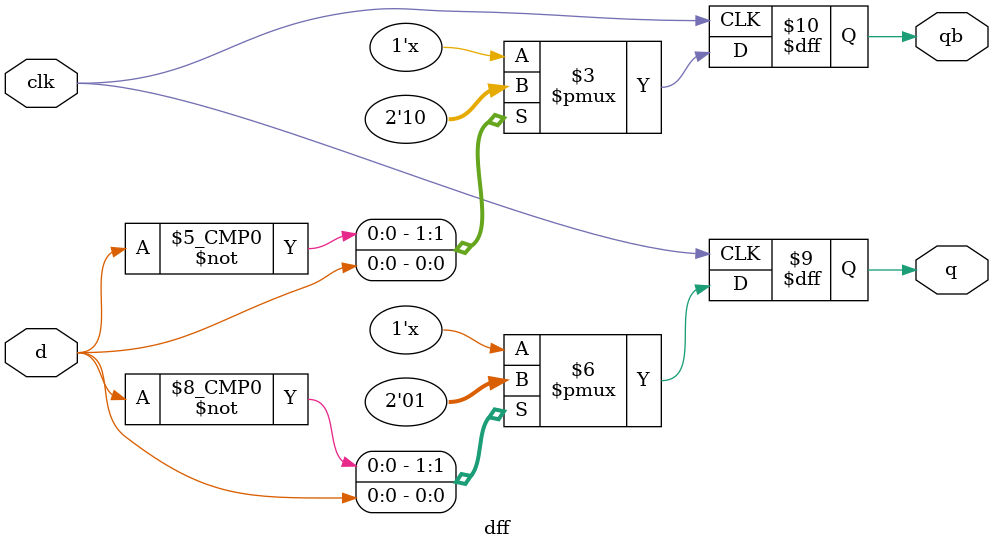
<source format=v>
`timescale 1ns / 1ps
module johnsoncounter(
    input clk,
    input clr,
    output [3:0] q,
    output [3:0] qb
    );
	 wire w1;
	 not n1(w1,q[3]);
dff d3 (clk,q[2],q[3],qb[3]);
dff d2 (clk,q[1],q[2],qb[2]);
dff d1 (clk,q[0],q[1],qb[1]);
dff d0 (clk,w1,q[0],qb[0]);

endmodule
module dff(input clk,input d,output reg q,output reg qb);
initial begin q=0 ;qb=1 ;end
always @(posedge clk)
begin
casex({d})
1'b0: begin q=0;qb=1; end
1'b1: begin q=1;qb=0; end
endcase
end
endmodule

</source>
